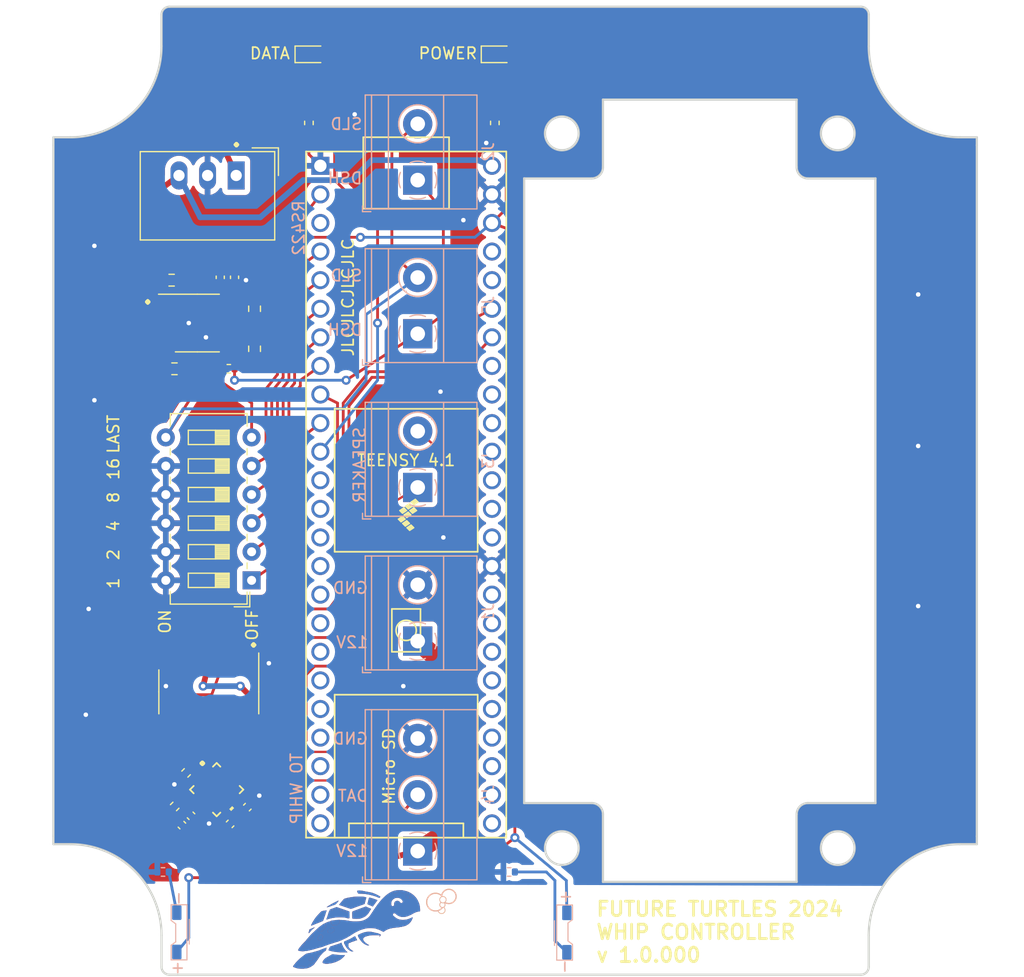
<source format=kicad_pcb>
(kicad_pcb (version 20221018) (generator pcbnew)
  (layers (0 "F.Cu" signal) (31 "B.Cu" signal) (34 "B.Paste" user) (35 "F.Paste" user) (36 "B.SilkS" user "B.Silkscreen") (37 "F.SilkS" user "F.Silkscreen") (38 "B.Mask" user) (39 "F.Mask" user) (44 "Edge.Cuts" user))
  (net 0 "")
  (net 1 "+3.3V")
  (net 2 "GND")
  (net 3 "+5V")
  (net 4 "/VO+")
  (net 5 "/VO-")
  (net 6 "/RXLED")
  (net 7 "/12VDC")
  (net 8 "/B")
  (net 9 "/A")
  (net 10 "/NEO")
  (net 11 "Net-(U2-DI)")
  (net 12 "/RX")
  (net 13 "Net-(R5-Pad1)")
  (net 14 "Net-(U5-GAIN_SLOT)")
  (net 15 "Net-(U6-6_OUT1D)")
  (net 16 "Net-(U6-5_IN2)")
  (net 17 "Net-(U6-4_BCLK2)")
  (net 18 "Net-(U6-3_LRCLK2)")
  (net 19 "Net-(U6-2_OUT2)")
  (net 20 "/NEO3")
  (net 27 "/DAT")
  (net 28 "/BCLK")
  (net 29 "/LRCLK")
  (net 62 "Net-(U5-*SD_MODE)")
  (net 67 "Net-(D1-K)")
  (net 68 "Net-(D2-K)")
  (net 69 "Net-(D3-K)")
  (net 70 "Net-(D4-K)")
  (footprint "Joels KiCad Footprint Library:Turtle-Art-2024" (layer "F.Cu") (at 112.776 133.35)
    (fp_text reference "H1" hide)
    (fp_text value "DNP (LOGO)" hide)
  )
  (footprint "Resistor_SMD:R_0402_1005Metric" (layer "F.Cu") (at 95.27 122.45 45)
    (fp_text reference "R7" hide)
    (fp_text value "1M")
  )
  (footprint "Resistor_SMD:R_0402_1005Metric" (layer "F.Cu") (at 107.188 61.722 -90)
    (fp_text reference "R9" hide)
    (fp_text value "470")
  )
  (footprint "Button_Switch_THT:SW_DIP_SPSTx06_Slide_6.7x16.8mm_W7.62mm_P2.54mm_LowProfile" (layer "F.Cu") (at 102.098 102.362 180)
    (fp_text reference "SW2" hide)
    (fp_text value "SW_DIP_x06")
  )
  (footprint "Resistor_SMD:R_0402_1005Metric" (layer "F.Cu") (at 123.698 61.722 -90)
    (fp_text reference "R6" hide)
    (fp_text value "470")
  )
  (footprint "Package_SO:SOIC-8_3.9x4.9mm_P1.27mm" (layer "F.Cu") (at 97.282 79.502)
    (fp_text reference "U2" hide)
    (fp_text value "MAX485ESA+T")
  )
  (footprint "Resistor_SMD:R_0603_1608Metric" (layer "F.Cu") (at 95.25 83.566 180)
    (fp_text reference "R3" hide)
    (fp_text value "10K")
  )
  (footprint "Resistor_SMD:R_0402_1005Metric" (layer "F.Cu") (at 100.076 83.566)
    (fp_text reference "R5" hide)
    (fp_text value "120")
  )
  (footprint "Converter_DCDC:Converter_DCDC_TRACO_TSR-1_THT" (layer "F.Cu") (at 100.7305 66.3895 180)
    (fp_text reference "U4" hide)
    (fp_text value "TSR_1-2450")
  )
  (footprint "LED_SMD:LED_0603_1608Metric" (layer "F.Cu") (at 107.442 55.626)
    (fp_text reference "D2" hide)
    (fp_text value "LED")
  )
  (footprint "Resistor_SMD:R_0603_1608Metric" (layer "F.Cu") (at 94.996 75.692 180)
    (fp_text reference "R4" hide)
    (fp_text value "10K")
  )
  (footprint "Capacitor_SMD:C_0402_1005Metric" (layer "F.Cu") (at 100.584 75.438 90)
    (fp_text reference "C1" hide)
    (fp_text value "0.1uF")
  )
  (footprint "Resistor_SMD:R_0603_1608Metric" (layer "F.Cu") (at 102.362 81.788 90)
    (fp_text reference "R1" hide)
    (fp_text value "20K")
  )
  (footprint "Capacitor_SMD:C_0402_1005Metric" (layer "F.Cu") (at 96.72 123.28 -45)
    (fp_text reference "C4" hide)
    (fp_text value "0.1uF")
  )
  (footprint "Capacitor_SMD:C_0402_1005Metric" (layer "F.Cu") (at 95.91 124.11 -45)
    (fp_text reference "C5" hide)
    (fp_text value "10uF")
  )
  (footprint "Package_SO:SOIC-14_3.9x8.7mm_P1.27mm" (layer "F.Cu") (at 98.298 112.268 -90)
    (fp_text reference "U3" hide)
    (fp_text value "SN74AHCT125DR")
  )
  (footprint "LED_SMD:LED_0603_1608Metric" (layer "F.Cu") (at 123.9775 55.626)
    (fp_text reference "D1" hide)
    (fp_text value "LED")
  )
  (footprint "Joels KiCad Footprint Library:Teensy41_Minimal" (layer "F.Cu") (at 115.824 94.742 -90)
    (fp_text reference "U6" hide)
    (fp_text value "Teensy4.1_Minimal")
  )
  (footprint "Joels KiCad Footprint Library:MAX98357AETE+T" (layer "F.Cu") (at 98.995 120.955 -45)
    (fp_text reference "U5" hide)
    (fp_text value "MAX98357AETE+T")
  )
  (footprint "Capacitor_SMD:C_0402_1005Metric" (layer "F.Cu") (at 99.314 75.438 90)
    (fp_text reference "C2" hide)
    (fp_text value "10uF")
  )
  (footprint "Resistor_SMD:R_0603_1608Metric" (layer "F.Cu") (at 102.362 78.232 -90)
    (fp_text reference "R2" hide)
    (fp_text value "20K")
  )
  (footprint "Resistor_SMD:R_0402_1005Metric" (layer "F.Cu") (at 96.28 119.47 -135)
    (fp_text reference "R8" hide)
    (fp_text value "100K")
  )
  (footprint "Capacitor_SMD:C_0402_1005Metric" (layer "F.Cu") (at 100.19 124 -135)
    (fp_text reference "C6" hide)
    (fp_text value "220pF")
  )
  (footprint "Capacitor_SMD:C_0402_1005Metric" (layer "F.Cu") (at 101.72 122.51 45)
    (fp_text reference "C7" hide)
    (fp_text value "220pF")
  )
  (footprint "Joels KiCad Footprint Library:Everlight 99-218GLM2C-L7277SGU-TR8-T0-ES side view LED" (layer "B.Cu") (at 129.794 133.604 90)
    (fp_text reference "D4" hide)
    (fp_text value "LED" hide)
  )
  (footprint "Resistor_SMD:R_0402_1005Metric" (layer "B.Cu") (at 124.968 128.27 180)
    (fp_text reference "R11" hide)
    (fp_text value "470" hide)
  )
  (footprint "TerminalBlock_Phoenix:TerminalBlock_Phoenix_MKDS-1,5-2_1x02_P5.00mm_Horizontal" (layer "B.Cu") (at 116.848 94.107 90)
    (fp_text reference "J3")
    (fp_text value "SPEAKER 4OHM")
  )
  (footprint "Resistor_SMD:R_0402_1005Metric" (layer "B.Cu") (at 94.234 128.27 180)
    (fp_text reference "R10" hide)
    (fp_text value "470" hide)
  )
  (footprint "TerminalBlock_Phoenix:TerminalBlock_Phoenix_MKDS-1,5-3_1x03_P5.00mm_Horizontal" (layer "B.Cu") (at 116.848 126.412 90)
    (fp_text reference "J4")
    (fp_text value "TO WHIP")
  )
  (footprint "Joels KiCad Footprint Library:Everlight 99-218GLM2C-L7277SGU-TR8-T0-ES side view LED" (layer "B.Cu") (at 95.758 133.682 -90)
    (fp_text reference "D3" hide)
    (fp_text value "LED" hide)
  )
  (footprint "TerminalBlock_Phoenix:TerminalBlock_Phoenix_MKDS-1,5-2_1x02_P5.00mm_Horizontal" (layer "B.Cu") (at 116.848 80.4545 90)
    (fp_text reference "J5")
    (fp_text value "RS422 BUS")
  )
  (footprint "TerminalBlock_Phoenix:TerminalBlock_Phoenix_MKDS-1,5-2_1x02_P5.00mm_Horizontal" (layer "B.Cu") (at 116.848 66.802 90)
    (fp_text reference "J2")
    (fp_text value "RS422 BUS")
  )
  (footprint "TerminalBlock_Phoenix:TerminalBlock_Phoenix_MKDS-1,5-2_1x02_P5.00mm_Horizontal" (layer "B.Cu") (at 116.848 107.7595 90)
    (fp_text reference "J1")
    (fp_text value "12 VDC")
  )
  (gr_line (start 86 125.8) (end 84.5 125.8) (stroke (width 0.2)) (layer "Edge.Cuts"))
  (gr_line (start 157.5 122.15) (end 157.5 66.65) (stroke (width 0.2)) (layer "Edge.Cuts"))
  (gr_arc (start 94.8 137.4) (mid 94.305025 137.194975) (end 94.1 136.7) (stroke (width 0.2)) (layer "Edge.Cuts"))
  (gr_line (start 156.9 54.9) (end 156.9 52.1) (stroke (width 0.2)) (layer "Edge.Cuts"))
  (gr_line (start 94.1 136.7) (end 94.1 133.9) (stroke (width 0.2)) (layer "Edge.Cuts"))
  (gr_line (start 166.5 125.1) (end 166.5 125.8) (stroke (width 0.2)) (layer "Edge.Cuts"))
  (gr_line (start 84.5 125.1) (end 84.5 125.8) (stroke (width 0.2)) (layer "Edge.Cuts"))
  (gr_line (start 133.3 59.65) (end 133.3 65.65) (stroke (width 0.2)) (layer "Edge.Cuts"))
  (gr_line (start 84.5 63.7) (end 84.5 63) (stroke (width 0.2)) (layer "Edge.Cuts"))
  (gr_arc (start 156.9 133.9) (mid 159.272436 128.172436) (end 165 125.8) (stroke (width 0.2)) (layer "Edge.Cuts"))
  (gr_line (start 94.1 54.9) (end 94.1 52.1) (stroke (width 0.2)) (layer "Edge.Cuts"))
  (gr_line (start 150.5 59.65) (end 150.5 65.65) (stroke (width 0.2)) (layer "Edge.Cuts"))
  (gr_line (start 156.2 51.4) (end 94.8 51.4) (stroke (width 0.2)) (layer "Edge.Cuts"))
  (gr_line (start 150.5 59.65) (end 133.3 59.65) (stroke (width 0.2)) (layer "Edge.Cuts"))
  (gr_line (start 150.5 129.15) (end 150.5 123.15) (stroke (width 0.2)) (layer "Edge.Cuts"))
  (gr_arc (start 156.2 51.4) (mid 156.694946 51.60504) (end 156.9 52.1) (stroke (width 0.2)) (layer "Edge.Cuts"))
  (gr_arc (start 86 125.8) (mid 91.727565 128.172435) (end 94.1 133.9) (stroke (width 0.2)) (layer "Edge.Cuts"))
  (gr_line (start 165 125.8) (end 166.5 125.8) (stroke (width 0.2)) (layer "Edge.Cuts"))
  (gr_line (start 133.3 129.15) (end 150.5 129.15) (stroke (width 0.2)) (layer "Edge.Cuts"))
  (gr_arc (start 165 63) (mid 159.272436 60.627565) (end 156.9 54.9) (stroke (width 0.2)) (layer "Edge.Cuts"))
  (gr_line (start 151.5 122.15) (end 157.5 122.15) (stroke (width 0.2)) (layer "Edge.Cuts"))
  (gr_arc (start 133.3 65.65) (mid 133.007107 66.357108) (end 132.3 66.65) (stroke (width 0.2)) (layer "Edge.Cuts"))
  (gr_line (start 126.3 66.65) (end 126.3 122.15) (stroke (width 0.2)) (layer "Edge.Cuts"))
  (gr_arc (start 151.5 66.65) (mid 150.792865 66.357121) (end 150.5 65.65) (stroke (width 0.2)) (layer "Edge.Cuts"))
  (gr_line (start 133.3 129.15) (end 133.3 123.15) (stroke (width 0.2)) (layer "Edge.Cuts"))
  (gr_arc (start 94.1 52.1) (mid 94.305025 51.605025) (end 94.8 51.4) (stroke (width 0.2)) (layer "Edge.Cuts"))
  (gr_line (start 84.5 63) (end 86 63) (stroke (width 0.2)) (layer "Edge.Cuts"))
  (gr_circle (center 129.65 62.65) (end 131.15 62.65) (stroke (width 0.2)) (fill none) (layer "Edge.Cuts"))
  (gr_line (start 94.8 137.4) (end 156.2 137.4) (stroke (width 0.2)) (layer "Edge.Cuts"))
  (gr_line (start 166.5 63.7) (end 166.5 63) (stroke (width 0.2)) (layer "Edge.Cuts"))
  (gr_arc (start 94.1 54.9) (mid 91.727565 60.627565) (end 86 63) (stroke (width 0.2)) (layer "Edge.Cuts"))
  (gr_circle (center 154.15 126.15) (end 155.65 126.15) (stroke (width 0.2)) (fill none) (layer "Edge.Cuts"))
  (gr_arc (start 132.3 122.15) (mid 133.007107 122.442893) (end 133.3 123.15) (stroke (width 0.2)) (layer "Edge.Cuts"))
  (gr_circle (center 154.15 62.65) (end 155.65 62.65) (stroke (width 0.2)) (fill none) (layer "Edge.Cuts"))
  (gr_arc (start 150.5 123.15) (mid 150.792893 122.442902) (end 151.5 122.15) (stroke (width 0.2)) (layer "Edge.Cuts"))
  (gr_line (start 156.9 136.7) (end 156.9 133.9) (stroke (width 0.2)) (layer "Edge.Cuts"))
  (gr_line (start 132.3 122.15) (end 126.3 122.15) (stroke (width 0.2)) (layer "Edge.Cuts"))
  (gr_arc (start 156.9 136.7) (mid 156.694974 137.194984) (end 156.2 137.4) (stroke (width 0.2)) (layer "Edge.Cuts"))
  (gr_circle (center 129.65 126.15) (end 131.15 126.15) (stroke (width 0.2)) (fill none) (layer "Edge.Cuts"))
  (gr_line (start 84.5 63.7) (end 84.5 125.1) (stroke (width 0.2)) (layer "Edge.Cuts"))
  (gr_line (start 166.5 63.7) (end 166.5 125.1) (stroke (width 0.2)) (layer "Edge.Cuts"))
  (gr_line (start 132.3 66.65) (end 126.3 66.65) (stroke (width 0.2)) (layer "Edge.Cuts"))
  (gr_line (start 166.5 63) (end 165 63) (stroke (width 0.2)) (layer "Edge.Cuts"))
  (gr_line (start 151.5 66.65) (end 157.5 66.65) (stroke (width 0.2)) (layer "Edge.Cuts"))
  (gr_text "DSH" (at 112.014 80.701) (layer "B.SilkS") (effects (font (size 1.016 1.016) (thickness 0.1524)) (justify left bottom mirror)))
  (gr_text "SPEAKER" (at 112.268 88.646 90) (layer "B.SilkS") (effects (font (size 1.016 1.016) (thickness 0.1524)) (justify left bottom mirror)))
  (gr_text "RS422" (at 106.871 68.509 90) (layer "B.SilkS") (effects (font (size 1.016 1.016) (thickness 0.1524)) (justify left bottom mirror)))
  (gr_text "DAT" (at 112.522 122.103) (layer "B.SilkS") (effects (font (size 1.016 1.016) (thickness 0.1524)) (justify left bottom mirror)))
  (gr_text "DSH" (at 112.014 67.239) (layer "B.SilkS") (effects (font (size 1.016 1.016) (thickness 0.1524)) (justify left bottom mirror)))
  (gr_text "GND" (at 112.522 117.023) (layer "B.SilkS") (effects (font (size 1.016 1.016) (thickness 0.1524)) (justify left bottom mirror)))
  (gr_text "GND" (at 112.522 103.632) (layer "B.SilkS") (effects (font (size 1.016 1.016) (thickness 0.1524)) (justify left bottom mirror)))
  (gr_text "SLD" (at 112.014 75.875) (layer "B.SilkS") (effects (font (size 1.016 1.016) (thickness 0.1524)) (justify left bottom mirror)))
  (gr_text "SLD" (at 112.014 62.413) (layer "B.SilkS") (effects (font (size 1.016 1.016) (thickness 0.1524)) (justify left bottom mirror)))
  (gr_text "TO WHIP" (at 106.68 117.602 90) (layer "B.SilkS") (effects (font (size 1.016 1.016) (thickness 0.1524)) (justify left bottom mirror)))
  (gr_text "12V" (at 112.522 108.458) (layer "B.SilkS") (effects (font (size 1.016 1.016) (thickness 0.1524)) (justify left bottom mirror)))
  (gr_text "12V" (at 112.522 127) (layer "B.SilkS") (effects (font (size 1.016 1.016) (thickness 0.1524)) (justify left bottom mirror)))
  (gr_text "1" (at 90.424 102.616 90) (layer "F.SilkS") (effects (font (size 1.016 1.016) (thickness 0.1524)) (justify bottom)))
  (gr_text "8" (at 90.424 94.996 90) (layer "F.SilkS") (effects (font (size 1.016 1.016) (thickness 0.1524)) (justify bottom)))
  (gr_text "." (at 98.08 119.29 90) (layer "F.SilkS") (effects (font (size 2 2) (thickness 0.3)) (justify left bottom)))
  (gr_text "4" (at 90.424 97.536 90) (layer "F.SilkS") (effects (font (size 1.016 1.016) (thickness 0.1524)) (justify bottom)))
  (gr_text "FUTURE TURTLES 2024\nWHIP CONTROLLER\nv 1.0.000" (at 132.588 136.398) (layer "F.SilkS") (effects (font (size 1.27 1.27) (thickness 0.254) bold) (justify left bottom)))
  (gr_text "." (at 101.6 108.458) (layer "F.SilkS") (effects (font (size 2 2) (thickness 0.3)) (justify left bottom)))
  (gr_text "." (at 100.076 64.008) (layer "F.SilkS") (effects (font (size 2 2) (thickness 0.3)) (justify left bottom)))
  (gr_text "16" (at 90.424 92.456 90) (layer "F.SilkS") (effects (font (size 1.016 1.016) (thickness 0.1524)) (justify bottom)))
  (gr_text "POWER\n" (at 116.84 56.134) (layer "F.SilkS") (effects (font (size 1.016 1.016) (thickness 0.1524)) (justify left bottom)))
  (gr_text "DATA" (at 101.854 56.134) (layer "F.SilkS") (effects (font (size 1.016 1.016) (thickness 0.1524)) (justify left bottom)))
  (gr_text "OFF" (at 102.733 107.802 90) (layer "F.SilkS") (effects (font (size 1.016 1.016) (thickness 0.1524)) (justify left bottom)))
  (gr_text "." (at 92.202 77.978) (layer "F.SilkS") (effects (font (size 2 2) (thickness 0.3)) (justify left bottom)))
  (gr_text "JLCJLCJLCJLC" (at 111.252 82.55 90) (layer "F.SilkS") (effects (font (size 1.016 1.016) (thickness 0.1524)) (justify left bottom)))
  (gr_text "2" (at 90.424 100.076 90) (layer "F.SilkS") (effects (font (size 1.016 1.016) (thickness 0.1524)) (justify bottom)))
  (gr_text "LAST" (at 90.424 91.186 90) (layer "F.SilkS") (effects (font (size 1.016 1.016) (thickness 0.1524)) (justify left bottom)))
  (gr_text "ON" (at 94.996 107.188 90) (layer "F.SilkS") (effects (font (size 1.016 1.016) (thickness 0.1524)) (justify left bottom)))
  (segment (start 97.282 82.296) (end 97.282 78.486) (width 0.25) (layer "F.Cu") (net 1))
  (segment (start 124.206 60.198) (end 124.714 60.706) (width 0.25) (layer "F.Cu") (net 1))
  (segment (start 102.87 80.01) (end 101.6 80.01) (width 0.25) (layer "F.Cu") (net 1))
  (segment (start 120.904 128.778) (end 125.476 125.222) (width 0.25) (layer "F.Cu") (net 1))
  (segment (start 96.075 83.566) (end 97.282 82.296) (width 0.25) (layer "F.Cu") (net 1))
  (segment (start 100.838 79.502) (end 98.298 79.502) (width 0.25) (layer "F.Cu") (net 1))
  (segment (start 103.378 81.788) (end 103.378 80.518) (width 0.25) (layer "F.Cu") (net 1))
  (segment (start 101.6 80.01) (end 100.838 79.502) (width 0.25) (layer "F.Cu") (net 1))
  (segment (start 97.282 74.168) (end 95.821 75.692) (width 0.25) (layer "F.Cu") (net 1))
  (segment (start 95.821 75.692) (end 99.314 75.918) (width 0.25) (layer "F.Cu") (net 1))
  (segment (start 124.714 69.342) (end 123.444 70.612) (width 0.25) (layer "F.Cu") (net 1))
  (segment (start 124.714 60.706) (end 124.714 69.342) (width 0.25) (layer "F.Cu") (net 1))
  (segment (start 96.52 128.778) (end 120.904 128.778) (width 0.25) (layer "F.Cu") (net 1))
  (segment (start 102.362 82.613) (end 103.378 81.788) (width 0.25) (layer "F.Cu") (net 1))
  (segment (start 99.757 77.597) (end 100.584 75.918) (width 0.25) (layer "F.Cu") (net 1))
  (segment (start 98.298 79.502) (end 97.282 78.486) (width 0.25) (layer "F.Cu") (net 1))
  (segment (start 124.765 55.626) (end 124.206 56.388) (width 0.25) (layer "F.Cu") (net 1))
  (segment (start 106.426 71.882) (end 104.648 74.168) (width 0.25) (layer "F.Cu") (net 1))
  (segment (start 97.282 78.486) (end 99.757 77.597) (width 0.25) (layer "F.Cu") (net 1))
  (segment (start 104.648 74.168) (end 97.282 74.168) (width 0.25) (layer "F.Cu") (net 1))
  (segment (start 124.206 56.388) (end 124.206 60.198) (width 0.25) (layer "F.Cu") (net 1))
  (segment (start 111.76 71.882) (end 106.426 71.882) (width 0.25) (layer "F.Cu") (net 1))
  (segment (start 125.476 71.374) (end 123.444 70.612) (width 0.25) (layer "F.Cu") (net 1))
  (segment (start 103.378 80.518) (end 102.87 80.01) (width 0.25) (layer "F.Cu") (net 1))
  (segment (start 99.314 75.918) (end 100.584 75.918) (width 0.25) (layer "F.Cu") (net 1))
  (segment (start 125.476 125.222) (end 125.476 71.374) (width 0.25) (layer "F.Cu") (net 1))
  (via (at 111.76 71.882) (size 0.8) (drill 0.4) (layers "F.Cu" "B.Cu") (net 1))
  (via (at 96.52 128.778) (size 0.8) (drill 0.4) (layers "F.Cu" "B.Cu") (net 1))
  (via (at 125.476 125.222) (size 0.8) (drill 0.4) (layers "F.Cu" "B.Cu") (net 1))
  (segment (start 111.76 71.882) (end 121.92 71.882) (width 0.25) (layer "B.Cu") (net 1))
  (segment (start 130.048 129.032) (end 130.094 131.904) (width 0.25) (layer "B.Cu") (net 1))
  (segment (start 95.458 135.382) (end 96.52 134.112) (width 0.25) (layer "B.Cu") (net 1))
  (segment (start 96.52 134.112) (end 96.52 128.778) (width 0.25) (layer "B.Cu") (net 1))
  (segment (start 125.476 125.222) (end 130.048 129.032) (width 0.25) (layer "B.Cu") (net 1))
  (segment (start 121.92 71.882) (end 123.444 70.612) (width 0.25) (layer "B.Cu") (net 1))
  (segment (start 100.62 122.21) (end 101 122.19) (width 0.25) (layer "F.Cu") (net 2))
  (segment (start 100.159605 121.766051) (end 100.62 122.21) (width 0.25) (layer "F.Cu") (net 2))
  (segment (start 96.76 119.86) (end 95.919376 119.830624) (width 0.25) (layer "F.Cu") (net 2))
  (segment (start 95.919376 119.830624) (end 95.24 120.49) (width 0.25) (layer "F.Cu") (net 2))
  (segment (start 99.806051 119.790395) (end 98.99 120.53) (width 0.25) (layer "F.Cu") (net 2))
  (segment (start 97.36 119.7) (end 96.76 119.86) (width 0.25) (layer "F.Cu") (net 2))
  (segment (start 107.188 62.232) (end 107.188 64.516) (width 0.25) (layer "F.Cu") (net 2))
  (segment (start 96.249411 124.449411) (end 97.059411 123.619411) (width 0.25) (layer "F.Cu") (net 2))
  (segment (start 102.059411 122.170589) (end 102.78 121.49) (width 0.25) (layer "F.Cu") (net 2))
  (segment (start 99.314 74.958) (end 100.584 74.958) (width 0.25) (layer "F.Cu") (net 2))
  (segment (start 100.159605 121.766051) (end 99.45 121.03) (width 0.25) (layer "F.Cu") (net 2))
  (segment (start 102.362 77.407) (end 102.362 76.454) (width 0.25) (layer "F.Cu") (net 2))
  (segment (start 102.108 109.793) (end 103.632 109.728) (width 0.25) (layer "F.Cu") (net 2))
  (segment (start 101.28 121.94) (end 102.059411 122.170589) (width 0.25) (layer "F.Cu") (net 2))
  (segment (start 97.059411 123.619411) (end 98.32 123.97) (width 0.25) (layer "F.Cu") (net 2))
  (segment (start 94.807 80.137) (end 96.52 79.502) (width 0.25) (layer "F.Cu") (net 2))
  (segment (start 94.807 78.867) (end 94.807 80.137) (width 0.25) (layer "F.Cu") (net 2))
  (segment (start 101 122.19) (end 101.28 121.94) (width 0.25) (layer "F.Cu") (net 2))
  (segment (start 99.757 81.407) (end 98.044 80.772) (width 0.25) (layer "F.Cu") (net 2))
  (segment (start 102.108 75.946) (end 101.6 75.692) (width 0.25) (layer "F.Cu") (net 2))
  (segment (start 107.188 64.516) (end 108.204 65.532) (width 0.25) (layer "F.Cu") (net 2))
  (segment (start 94.488 109.793) (end 94.488 111.76) (width 0.25) (layer "F.Cu") (net 2))
  (segment (start 99.850589 124.339411) (end 98.32 123.97) (width 0.25) (layer "F.Cu") (net 2))
  (segment (start 102.362 76.454) (end 102.108 75.946) (width 0.25) (layer "F.Cu") (net 2))
  (segment (start 97.830395 120.143949) (end 97.36 119.7) (width 0.25) (layer "F.Cu") (net 2))
  (segment (start 101.6 75.692) (end 100.584 74.958) (width 0.25) (layer "F.Cu") (net 2))
  (segment (start 123.698 62.232) (end 122.936 63.5) (width 0.25) (layer "F.Cu") (net 2))
  (segment (start 97.830395 120.143949) (end 98.85 121.2) (width 0.25) (layer "F.Cu") (net 2))
  (via (at 103.632 109.728) (size 0.8) (drill 0.4) (layers "F.Cu" "B.Cu") (net 2))
  (via (at 96.52 79.502) (size 0.8) (drill 0.4) (layers "F.Cu" "B.Cu") (net 2))
  (via (at 88.138 86.36) (size 0.8) (drill 0.4) (layers "F.Cu" "B.Cu") (net 2))
  (via (at 161.29 104.648) (size 0.8) (drill 0.4) (layers "F.Cu" "B.Cu") (net 2))
  (via (at 111.252 60.96) (size 0.8) (drill 0.4) (layers "F.Cu" "B.Cu") (net 2))
  (via (at 115.57 111.76) (size 0.8) (drill 0.4) (layers "F.Cu" "B.Cu") (net 2))
  (via (at 95.24 120.49) (size 0.8) (drill 0.4) (layers "F.Cu" "B.Cu") (net 2))
  (via (at 87.63 104.902) (size 0.8) (drill 0.4) (layers "F.Cu" "B.Cu") (net 2))
  (via (at 101.6 75.692) (size 0.8) (drill 0.4) (layers "F.Cu" "B.Cu") (net 2))
  (via (at 161.29 90.424) (size 0.8) (drill 0.4) (layers "F.Cu" "B.Cu") (net 2))
  (via (at 87.376 114.3) (size 0.8) (drill 0.4) (layers "F.Cu" "B.Cu") (net 2))
  (via (at 94.488 111.76) (size 0.8) (drill 0.4) (layers "F.Cu" "B.Cu") (net 2))
  (via (at 119.126 98.552) (size 0.8) (drill 0.4) (layers "F.Cu" "B.Cu") (net 2))
  (via (at 122.936 63.5) (size 0.8) (drill 0.4) (layers "F.Cu" "B.Cu") (net 2))
  (via (at 120.904 70.358) (size 0.8) (drill 0.4) (layers "F.Cu" "B.Cu") (net 2))
  (via (at 98.32 123.97) (size 0.8) (drill 0.4) (layers "F.Cu" "B.Cu") (net 2))
  (via (at 102.78 121.49) (size 0.8) (drill 0.4) (layers "F.Cu" "B.Cu") (net 2))
  (via (at 98.044 80.772) (size 0.8) (drill 0.4) (layers "F.Cu" "B.Cu") (net 2))
  (via (at 88.138 72.644) (size 0.8) (drill 0.4) (layers "F.Cu" "B.Cu") (net 2))
  (via (at 161.29 76.962) (size 0.8) (drill 0.4) (layers "F.Cu" "B.Cu") (net 2))
  (via (at 118.872 85.598) (size 0.8) (drill 0.4) (layers "F.Cu" "B.Cu") (net 2))
  (segment (start 97.028 113.538) (end 97.536 113.284) (width 0.508) (layer "F.Cu") (net 3))
  (segment (start 94.234 118.11) (end 97.028 116.84) (width 0.508) (layer "F.Cu") (net 3))
  (segment (start 94.234 121.92) (end 94.234 118.11) (width 0.508) (layer "F.Cu") (net 3))
  (segment (start 92.71 68.58) (end 92.71 105.156) (width 0.508) (layer "F.Cu") (net 3))
  (segment (start 102.108 114.743) (end 102.108 112.776) (width 0.508) (layer "F.Cu") (net 3))
  (segment (start 96.380589 122.940589) (end 96.8 122.58) (width 0.508) (layer "F.Cu") (net 3))
  (segment (start 95.6505 66.3895) (end 92.71 68.58) (width 0.508) (layer "F.Cu") (net 3))
  (segment (start 92.71 105.156) (end 94.996 106.68) (width 0.508) (layer "F.Cu") (net 3))
  (segment (start 97.028 106.68) (end 98.298 107.696) (width 0.508) (layer "F.Cu") (net 3))
  (segment (start 94.996 106.68) (end 97.028 106.68) (width 0.508) (layer "F.Cu") (net 3))
  (segment (start 100.838 113.538) (end 100.838 114.743) (width 0.508) (layer "F.Cu") (net 3))
  (segment (start 97.028 116.84) (end 97.028 114.743) (width 0.508) (layer "F.Cu") (net 3))
  (segment (start 98.298 107.696) (end 98.298 109.793) (width 0.508) (layer "F.Cu") (net 3))
  (segment (start 94.909376 122.810624) (end 94.234 121.92) (width 0.508) (layer "F.Cu") (net 3))
  (segment (start 97.47 122.81) (end 98.552 122.174) (width 0.508) (layer "F.Cu") (net 3))
  (segment (start 100.33 113.284) (end 100.838 113.538) (width 0.508) (layer "F.Cu") (net 3))
  (segment (start 97.536 113.284) (end 100.33 113.284) (width 0.508) (layer "F.Cu") (net 3))
  (segment (start 97.028 114.743) (end 97.028 113.538) (width 0.508) (layer "F.Cu") (net 3))
  (segment (start 100.838 114.743) (end 102.108 114.743) (width 0.508) (layer "F.Cu") (net 3))
  (segment (start 97.79 111.76) (end 98.298 109.793) (width 0.508) (layer "F.Cu") (net 3))
  (segment (start 96.8 122.58) (end 97.47 122.81) (width 0.508) (layer "F.Cu") (net 3))
  (segment (start 94.909376 122.810624) (end 95.570589 123.770589) (width 0.508) (layer "F.Cu") (net 3))
  (segment (start 102.108 112.776) (end 101.092 111.76) (width 0.508) (layer "F.Cu") (net 3))
  (segment (start 95.570589 123.770589) (end 96.380589 122.940589) (width 0.508) (layer "F.Cu") (net 3))
  (via (at 97.79 111.76) (size 0.8) (drill 0.4) (layers "F.Cu" "B.Cu") (net 3))
  (via (at 101.092 111.76) (size 0.8) (drill 0.4) (layers "F.Cu" "B.Cu") (net 3))
  (segment (start 101.092 111.76) (end 97.79 111.76) (width 0.508) (layer "B.Cu") (net 3))
  (segment (start 122.174 65.024) (end 123.444 65.532) (width 0.508) (layer "B.Cu") (net 3))
  (segment (start 95.6505 66.3895) (end 97.536 70.104) (width 0.508) (layer "B.Cu") (net 3))
  (segment (start 112.776 65.024) (end 122.174 65.024) (width 0.508) (layer "B.Cu") (net 3))
  (segment (start 102.87 70.104) (end 106.68 66.802) (width 0.508) (layer "B.Cu") (net 3))
  (segment (start 97.536 70.104) (end 102.87 70.104) (width 0.508) (layer "B.Cu") (net 3))
  (segment (start 110.998 66.802) (end 112.776 65.024) (width 0.508) (layer "B.Cu") (net 3))
  (segment (start 106.68 66.802) (end 110.998 66.802) (width 0.508) (layer "B.Cu") (net 3))
  (segment (start 111.76 99.314) (end 115.062 97.282) (width 0.2) (layer "F.Cu") (net 4))
  (segment (start 99.452497 122.473159) (end 100.529411 123.660589) (width 0.2) (layer "F.Cu") (net 4))
  (segment (start 100.529411 123.660589) (end 102.362 123.952) (width 0.2) (layer "F.Cu") (net 4))
  (segment (start 119.888 95.758) (end 119.888 91.694) (width 0.2) (layer "F.Cu") (net 4))
  (segment (start 105.918 120.142) (end 109.22 120.142) (width 0.2) (layer "F.Cu") (net 4))
  (segment (start 115.062 97.282) (end 118.11 97.282) (width 0.2) (layer "F.Cu") (net 4))
  (segment (start 111.76 117.856) (end 111.76 99.314) (width 0.2) (layer "F.Cu") (net 4))
  (segment (start 109.22 120.142) (end 111.76 117.856) (width 0.2) (layer "F.Cu") (net 4))
  (segment (start 119.888 91.694) (end 116.848 89.107) (width 0.2) (layer "F.Cu") (net 4))
  (segment (start 102.362 123.952) (end 105.918 120.142) (width 0.2) (layer "F.Cu") (net 4))
  (segment (start 118.11 97.282) (end 119.888 95.758) (width 0.2) (layer "F.Cu") (net 4))
  (segment (start 108.966 117.602) (end 111.252 115.824) (width 0.2) (layer "F.Cu") (net 5))
  (segment (start 111.252 97.536) (end 116.848 94.107) (width 0.2) (layer "F.Cu") (net 5))
  (segment (start 111.252 115.824) (end 111.252 97.536) (width 0.2) (layer "F.Cu") (net 5))
  (segment (start 107.442 117.602) (end 108.966 117.602) (width 0.2) (layer "F.Cu") (net 5))
  (segment (start 101.380589 122.849411) (end 102.362 123.19) (width 0.2) (layer "F.Cu") (net 5))
  (segment (start 99.806051 122.119605) (end 100.32 122.67) (width 0.2) (layer "F.Cu") (net 5))
  (segment (start 102.362 123.19) (end 107.442 117.602) (width 0.2) (layer "F.Cu") (net 5))
  (segment (start 100.32 122.67) (end 101.380589 122.849411) (width 0.2) (layer "F.Cu") (net 5))
  (segment (start 107.696 60.198) (end 108.204 60.706) (width 0.25) (layer "F.Cu") (net 6))
  (segment (start 113.284 70.612) (end 113.284 79.502) (width 0.25) (layer "F.Cu") (net 6))
  (segment (start 108.204 60.706) (end 108.204 63.246) (width 0.25) (layer "F.Cu") (net 6))
  (segment (start 108.2295 55.626) (end 107.696 56.388) (width 0.25) (layer "F.Cu") (net 6))
  (segment (start 109.474 64.008) (end 109.474 66.802) (width 0.25) (layer "F.Cu") (net 6))
  (segment (start 107.696 56.388) (end 107.696 60.198) (width 0.25) (layer "F.Cu") (net 6))
  (segment (start 108.204 63.246) (end 109.474 64.008) (width 0.25) (layer "F.Cu") (net 6))
  (segment (start 109.474 66.802) (end 113.284 70.612) (width 0.25) (layer "F.Cu") (net 6))
  (via (at 113.284 79.502) (size 0.8) (drill 0.4) (layers "F.Cu" "B.Cu") (net 6))
  (segment (start 108.204 90.932) (end 113.284 84.582) (width 0.25) (layer "B.Cu") (net 6))
  (segment (start 113.284 84.582) (end 113.284 79.502) (width 0.25) (layer "B.Cu") (net 6))
  (segment (start 94.488 63.246) (end 90.678 66.294) (width 0.508) (layer "F.Cu") (net 7))
  (segment (start 116.848 126.412) (end 120.142 124.206) (width 1.651) (layer "F.Cu") (net 7))
  (segment (start 99.314 63.246) (end 94.488 63.246) (width 0.508) (layer "F.Cu") (net 7))
  (segment (start 90.678 122.428) (end 95.504 127.254) (width 0.508) (layer "F.Cu") (net 7))
  (segment (start 120.142 110.744) (end 116.848 107.7595) (width 1.651) (layer "F.Cu") (net 7))
  (segment (start 120.142 124.206) (end 120.142 110.744) (width 1.651) (layer "F.Cu") (net 7))
  (segment (start 95.504 127.254) (end 113.538 127.254) (width 0.508) (layer "F.Cu") (net 7))
  (segment (start 90.678 66.294) (end 90.678 122.428) (width 0.508) (layer "F.Cu") (net 7))
  (segment (start 113.538 127.254) (end 116.848 126.412) (width 0.508) (layer "F.Cu") (net 7))
  (segment (start 100.7305 66.3895) (end 99.314 63.246) (width 0.508) (layer "F.Cu") (net 7))
  (segment (start 103.886 79.756) (end 102.362 79.057) (width 0.25) (layer "F.Cu") (net 8))
  (segment (start 116.848 80.4545) (end 119.126 78.74) (width 0.25) (layer "F.Cu") (net 8))
  (segment (start 102.87 83.566) (end 103.886 82.804) (width 0.25) (layer "F.Cu") (net 8))
  (segment (start 119.126 69.596) (end 116.848 66.802) (width 0.25) (layer "F.Cu") (net 8))
  (segment (start 103.886 82.804) (end 103.886 79.756) (width 0.25) (layer "F.Cu") (net 8))
  (segment (start 110.49 84.582) (end 116.848 80.4545) (width 0.25) (layer "F.Cu") (net 8))
  (segment (start 119.126 78.74) (end 119.126 69.596) (width 0.25) (layer "F.Cu") (net 8))
  (segment (start 100.586 83.566) (end 102.87 83.566) (width 0.25) (layer "F.Cu") (net 8))
  (segment (start 99.757 78.867) (end 102.362 79.057) (width 0.25) (layer "F.Cu") (net 8))
  (segment (start 100.586 83.566) (end 100.584 84.582) (width 0.25) (layer "F.Cu") (net 8))
  (via (at 100.584 84.582) (size 0.8) (drill 0.4) (layers "F.Cu" "B.Cu") (net 8))
  (via (at 110.49 84.582) (size 0.8) (drill 0.4) (layers "F.Cu" "B.Cu") (net 8))
  (segment (start 100.584 84.582) (end 110.49 84.582) (width 0.25) (layer "B.Cu") (net 8))
  (segment (start 100.33 82.804) (end 99.06 82.804) (width 0.25) (layer "F.Cu") (net 9))
  (segment (start 116.848 61.802) (end 114.554 63.754) (width 0.25) (layer "F.Cu") (net 9))
  (segment (start 101.346 81.534) (end 102.362 80.963) (width 0.25) (layer "F.Cu") (net 9))
  (segment (start 101.346 82.042) (end 101.346 81.534) (width 0.25) (layer "F.Cu") (net 9))
  (segment (start 94.478 89.662) (end 97.536 84.836) (width 0.25) (layer "F.Cu") (net 9))
  (segment (start 99.757 80.137) (end 102.362 80.963) (width 0.25) (layer "F.Cu") (net 9))
  (segment (start 114.554 73.406) (end 116.848 75.4545) (width 0.25) (layer "F.Cu") (net 9))
  (segment (start 100.33 82.804) (end 101.346 82.042) (width 0.25) (layer "F.Cu") (net 9))
  (segment (start 114.554 63.754) (end 114.554 73.406) (width 0.25) (layer "F.Cu") (net 9))
  (segment (start 99.06 82.804) (end 97.536 84.836) (width 0.25) (layer "F.Cu") (net 9))
  (segment (start 112.268 78.74) (end 116.848 75.4545) (width 0.25) (layer "B.Cu") (net 9))
  (segment (start 94.478 89.662) (end 96.012 87.122) (width 0.25) (layer "B.Cu") (net 9))
  (segment (start 96.012 87.122) (end 110.236 87.122) (width 0.25) (layer "B.Cu") (net 9))
  (segment (start 110.236 87.122) (end 112.268 84.582) (width 0.25) (layer "B.Cu") (net 9))
  (segment (start 112.268 84.582) (end 112.268 78.74) (width 0.25) (layer "B.Cu") (net 9))
  (segment (start 95.25 112.522) (end 98.552 112.522) (width 0.25) (layer "F.Cu") (net 10))
  (segment (start 112.776 126.238) (end 96.774 126.238) (width 0.25) (layer "F.Cu") (net 10))
  (segment (start 116.848 121.412) (end 112.776 126.238) (width 0.25) (layer "F.Cu") (net 10))
  (segment (start 93.472 113.538) (end 95.25 112.522) (width 0.25) (layer "F.Cu") (net 10))
  (segment (start 96.774 126.238) (end 93.472 123.19) (width 0.25) (layer "F.Cu") (net 10))
  (segment (start 98.552 112.522) (end 99.568 109.793) (width 0.25) (layer "F.Cu") (net 10))
  (segment (start 93.472 123.19) (end 93.472 113.538) (width 0.25) (layer "F.Cu") (net 10))
  (segment (start 94.425 83.566) (end 94.807 81.407) (width 0.25) (layer "F.Cu") (net 11))
  (segment (start 95.758 73.406) (end 104.14 73.406) (width 0.25) (layer "F.Cu") (net 12))
  (segment (start 94.171 75.692) (end 95.758 73.406) (width 0.25) (layer "F.Cu") (net 12))
  (segment (start 94.807 77.597) (end 94.171 75.692) (width 0.25) (layer "F.Cu") (net 12))
  (segment (start 104.14 73.406) (end 108.204 68.072) (width 0.25) (layer "F.Cu") (net 12))
  (segment (start 99.568 84.836) (end 102.108 86.614) (width 0.25) (layer "F.Cu") (net 13))
  (segment (start 102.108 86.614) (end 102.098 89.662) (width 0.25) (layer "F.Cu") (net 13))
  (segment (start 99.566 83.566) (end 99.568 84.836) (width 0.25) (layer "F.Cu") (net 13))
  (segment (start 96.640624 119.109376) (end 97.45 119.15) (width 0.25) (layer "F.Cu") (net 14))
  (segment (start 97.45 119.15) (end 98.183949 119.790395) (width 0.25) (layer "F.Cu") (net 14))
  (segment (start 106.426 85.09) (end 105.41 86.36) (width 0.25) (layer "F.Cu") (net 15))
  (segment (start 106.426 84.582) (end 106.426 85.09) (width 0.25) (layer "F.Cu") (net 15))
  (segment (start 105.41 100.076) (end 102.098 102.362) (width 0.25) (layer "F.Cu") (net 15))
  (segment (start 105.41 86.36) (end 105.41 100.076) (width 0.25) (layer "F.Cu") (net 15))
  (segment (start 108.204 83.312) (end 106.426 84.582) (width 0.25) (layer "F.Cu") (net 15))
  (segment (start 104.902 97.79) (end 102.098 99.822) (width 0.25) (layer "F.Cu") (net 16))
  (segment (start 108.204 80.772) (end 105.918 82.804) (width 0.25) (layer "F.Cu") (net 16))
  (segment (start 105.918 84.836) (end 104.902 86.106) (width 0.25) (layer "F.Cu") (net 16))
  (segment (start 104.902 86.106) (end 104.902 97.79) (width 0.25) (layer "F.Cu") (net 16))
  (segment (start 105.918 82.804) (end 105.918 84.836) (width 0.25) (layer "F.Cu") (net 16))
  (segment (start 108.204 78.232) (end 105.41 80.518) (width 0.25) (layer "F.Cu") (net 17))
  (segment (start 105.41 84.582) (end 104.394 85.852) (width 0.25) (layer "F.Cu") (net 17))
  (segment (start 105.41 80.518) (end 105.41 84.582) (width 0.25) (layer "F.Cu") (net 17))
  (segment (start 104.394 95.504) (end 102.098 97.282) (width 0.25) (layer "F.Cu") (net 17))
  (segment (start 104.394 85.852) (end 104.394 95.504) (width 0.25) (layer "F.Cu") (net 17))
  (segment (start 104.902 78.232) (end 104.902 84.328) (width 0.25) (layer "F.Cu") (net 18))
  (segment (start 103.886 85.598) (end 103.886 93.472) (width 0.25) (layer "F.Cu") (net 18))
  (segment (start 104.902 84.328) (end 103.886 85.598) (width 0.25) (layer "F.Cu") (net 18))
  (segment (start 108.204 75.692) (end 104.902 78.232) (width 0.25) (layer "F.Cu") (net 18))
  (segment (start 103.886 93.472) (end 102.098 94.742) (width 0.25) (layer "F.Cu") (net 18))
  (segment (start 104.394 84.074) (end 103.378 85.344) (width 0.25) (layer "F.Cu") (net 19))
  (segment (start 103.378 85.344) (end 103.378 91.44) (width 0.25) (layer "F.Cu") (net 19))
  (segment (start 104.394 75.946) (end 108.204 73.152) (width 0.25) (layer "F.Cu") (net 19))
  (segment (start 103.378 91.44) (end 102.098 92.202) (width 0.25) (layer "F.Cu") (net 19))
  (segment (start 104.394 75.946) (end 104.394 84.074) (width 0.25) (layer "F.Cu") (net 19))
  (segment (start 105.918 104.14) (end 103.378 105.918) (width 0.25) (layer "F.Cu") (net 20))
  (segment (start 103.378 105.918) (end 102.108 105.918) (width 0.25) (layer "F.Cu") (net 20))
  (segment (start 100.838 106.934) (end 100.838 109.793) (width 0.25) (layer "F.Cu") (net 20))
  (segment (start 102.108 105.918) (end 100.838 106.934) (width 0.25) (layer "F.Cu") (net 20))
  (segment (start 108.204 88.392) (end 105.918 90.17) (width 0.25) (layer "F.Cu") (net 20))
  (segment (start 105.918 90.17) (end 105.918 104.14) (width 0.25) (layer "F.Cu") (net 20))
  (segment (start 105.918 115.57) (end 104.14 117.094) (width 0.25) (layer "F.Cu") (net 27))
  (segment (start 100.838 117.094) (end 98.537503 119.436841) (width 0.25) (layer "F.Cu") (net 27))
  (segment (start 105.918 105.664) (end 105.918 115.57) (width 0.25) (layer "F.Cu") (net 27))
  (segment (start 109.728 86.614) (end 109.728 103.886) (width 0.25) (layer "F.Cu") (net 27))
  (segment (start 109.728 103.886) (end 108.966 104.902) (width 0.25) (layer "F.Cu") (net 27))
  (segment (start 108.204 85.852) (end 109.728 86.614) (width 0.25) (layer "F.Cu") (net 27))
  (segment (start 107.188 104.902) (end 105.918 105.664) (width 0.25) (layer "F.Cu") (net 27))
  (segment (start 108.966 104.902) (end 107.188 104.902) (width 0.25) (layer "F.Cu") (net 27))
  (segment (start 104.14 117.094) (end 100.838 117.094) (width 0.25) (layer "F.Cu") (net 27))
  (segment (start 110.236 106.172) (end 110.236 86.614) (width 0.25) (layer "F.Cu") (net 28))
  (segment (start 109.22 107.442) (end 110.236 106.172) (width 0.25) (layer "F.Cu") (net 28))
  (segment (start 121.158 79.502) (end 123.444 78.232) (width 0.25) (layer "F.Cu") (net 28))
  (segment (start 104.394 117.856) (end 106.426 116.078) (width 0.25) (layer "F.Cu") (net 28))
  (segment (start 106.426 108.458) (end 107.442 107.442) (width 0.25) (layer "F.Cu") (net 28))
  (segment (start 121.158 82.55) (end 121.158 79.502) (width 0.25) (layer "F.Cu") (net 28))
  (segment (start 119.888 83.82) (end 121.158 82.55) (width 0.25) (layer "F.Cu") (net 28))
  (segment (start 106.426 116.078) (end 106.426 108.458) (width 0.25) (layer "F.Cu") (net 28))
  (segment (start 101.075 117.856) (end 104.394 117.856) (width 0.25) (layer "F.Cu") (net 28))
  (segment (start 99.452497 119.436841) (end 101.075 117.856) (width 0.25) (layer "F.Cu") (net 28))
  (segment (start 112.522 83.82) (end 119.888 83.82) (width 0.25) (layer "F.Cu") (net 28))
  (segment (start 110.236 86.614) (end 112.522 83.82) (width 0.25) (layer "F.Cu") (net 28))
  (segment (start 107.442 107.442) (end 109.22 107.442) (width 0.25) (layer "F.Cu") (net 28))
  (segment (start 120.142 84.328) (end 123.444 80.772) (width 0.25) (layer "F.Cu") (net 29))
  (segment (start 110.744 86.868) (end 112.776 84.328) (width 0.25) (layer "F.Cu") (net 29))
  (segment (start 110.744 108.458) (end 110.744 86.868) (width 0.25) (layer "F.Cu") (net 29))
  (segment (start 112.776 84.328) (end 120.142 84.328) (width 0.25) (layer "F.Cu") (net 29))
  (segment (start 106.934 110.744) (end 107.696 109.982) (width 0.25) (layer "F.Cu") (net 29))
  (segment (start 107.696 109.982) (end 109.474 109.982) (width 0.25) (layer "F.Cu") (net 29))
  (segment (start 109.474 109.982) (end 110.744 108.458) (width 0.25) (layer "F.Cu") (net 29))
  (segment (start 106.68 116.84) (end 106.934 116.586) (width 0.25) (layer "F.Cu") (net 29))
  (segment (start 100.159605 120.143949) (end 101.6 118.618) (width 0.25) (layer "F.Cu") (net 29))
  (segment (start 104.648 118.618) (end 106.68 116.84) (width 0.25) (layer "F.Cu") (net 29))
  (segment (start 101.6 118.618) (end 104.648 118.618) (width 0.25) (layer "F.Cu") (net 29))
  (segment (start 106.934 116.586) (end 106.934 110.744) (width 0.25) (layer "F.Cu") (net 29))
  (segment (start 95.630624 122.089376) (end 97.476841 120.497503) (width 0.25) (layer "F.Cu") (net 62))
  (segment (start 123.698 56.388) (end 123.698 61.212) (width 0.25) (layer "F.Cu") (net 67))
  (segment (start 123.19 55.626) (end 123.698 56.388) (width 0.25) (layer "F.Cu") (net 67))
  (segment (start 106.6545 55.626) (end 107.188 56.388) (width 0.25) (layer "F.Cu") (net 68))
  (segment (start 107.188 56.388) (end 107.188 61.212) (width 0.25) (layer "F.Cu") (net 68))
  (segment (start 94.744 128.27) (end 95.458 131.882) (width 0.25) (layer "B.Cu") (net 69))
  (segment (start 128.27 128.27) (end 129.032 129.032) (width 0.25) (layer "B.Cu") (net 70))
  (segment (start 129.032 129.032) (end 129.032 134.366) (width 0.25) (layer "B.Cu") (net 70))
  (segment (start 129.032 134.366) (end 130.094 135.404) (width 0.25) (layer "B.Cu") (net 70))
  (segment (start 125.478 128.27) (end 128.27 128.27) (width 0.25) (layer "B.Cu") (net 70))
  (zone (net 2) (net_name "GND") (layer "F.Cu") (priority 1) (connect_pads (clearance 0.5)) (min_thickness 0.25) (fill yes (thermal_gap 0.5) (thermal_bridge_width 0.5))
    (polygon (pts (xy 80.01 50.8) (xy 169.926 51.054) (xy 170.688 129.54) (xy 79.756 129.032)))
  )
  (zone (net 2) (net_name "GND") (layer "B.Cu") (connect_pads (clearance 0.5)) (min_thickness 0.25) (fill yes (thermal_gap 0.5) (thermal_bridge_width 0.5))
    (polygon (pts (xy 80.01 50.8) (xy 169.926 51.054) (xy 170.688 129.54) (xy 79.756 129.286)))
  )
)
</source>
